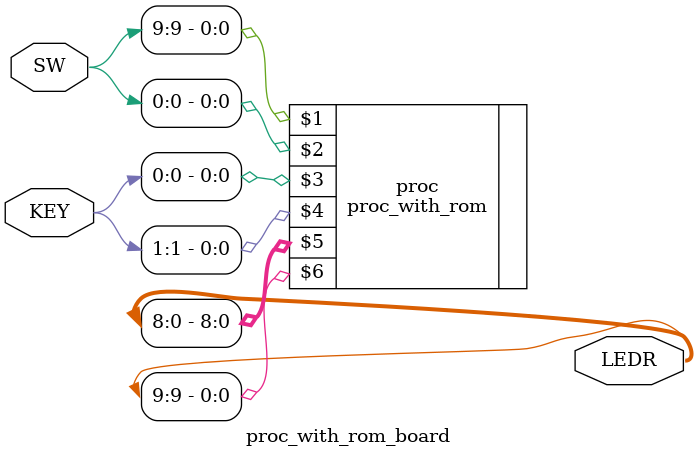
<source format=v>
module proc_with_rom_board(
	input [9:0] SW,
	input [1:0] KEY,
	output [9:0] LEDR);
	
	proc_with_rom proc(SW[9],SW[0],KEY[0],KEY[1],LEDR[8:0],LEDR[9]);
	
endmodule
</source>
